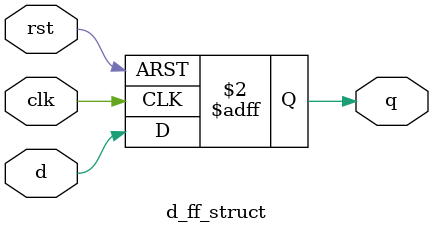
<source format=v>

module reg_sipo_8_struct (
    input  wire       clk,    // Clock do sistema
    input  wire       rst,    // Reset assíncrono (ativo alto)
    input  wire       din,    // Entrada serial de dados
    input  wire       dir,    // Direção: 0=Direita, 1=Esquerda
    output wire [7:0] q       // Saída paralela de 8 bits
);

    // Fios internos para interconexão dos estágios
    wire [7:0] d_in; // Entrada D de cada Flip-Flop

    // Instanciação dos 8 bits usando generate para clareza (opcional, mas bom para estrutural repetitivo)
    // Mas faremos manual para ser puramente estrutural clássico se preferir, 
    // ou generate que é suportado no 2001. Vou usar generate para ser conciso e elegante.
    
    genvar i;
    generate
        for (i = 0; i < 8; i = i + 1) begin : gen_sipo
            // Lógica do Mux para cada bit:
            // Se dir=0 (Direita): bit i recebe do bit i+1 (ou din se i=7)
            // Se dir=1 (Esquerda): bit i recebe do bit i-1 (ou din se i=0)
            
            wire shift_right_in;
            wire shift_left_in;

            // Definindo a entrada de deslocamento à direita (vem da esquerda/MSB)
            if (i == 7) begin
                assign shift_right_in = din;
            end else begin
                assign shift_right_in = q[i+1];
            end

            // Definindo a entrada de deslocamento à esquerda (vem da direita/LSB)
            if (i == 0) begin
                assign shift_left_in = din;
            end else begin
                assign shift_left_in = q[i-1];
            end

            // Mux 2:1 para selecionar a entrada do FF baseada em 'dir'
            // dir=0 -> shift_right_in
            // dir=1 -> shift_left_in
            assign d_in[i] = (dir == 1'b0) ? shift_right_in : shift_left_in;

            // Instância do Flip-Flop D
            d_ff_struct ff_inst (
                .clk(clk),
                .rst(rst),
                .d(d_in[i]),
                .q(q[i])
            );
        end
    endgenerate

endmodule

// Submódulo Flip-Flop D auxiliar para a abordagem estrutural
module d_ff_struct (
    input  wire clk,
    input  wire rst,
    input  wire d,
    output reg  q
);
    always @(posedge clk or posedge rst) begin
        if (rst)
            q <= 1'b0;
        else
            q <= d;
    end
endmodule

</source>
